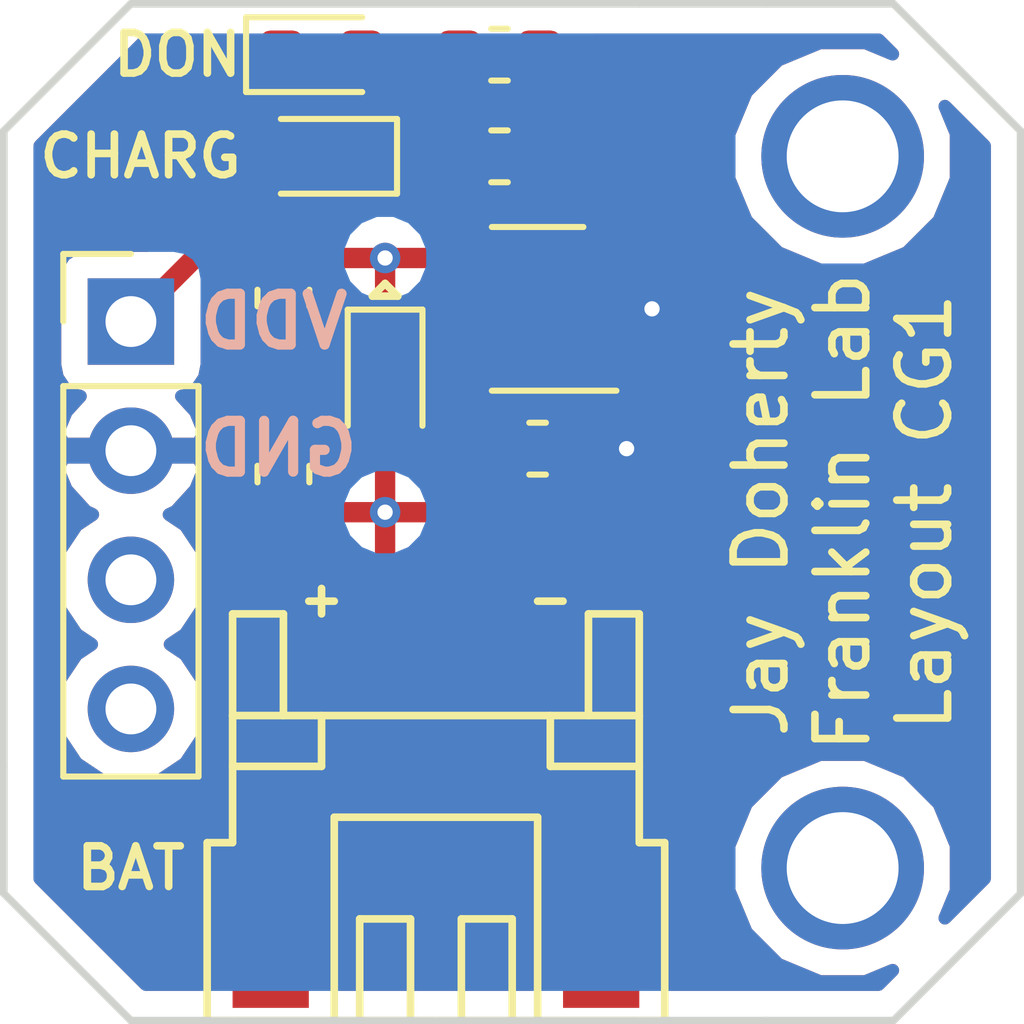
<source format=kicad_pcb>
(kicad_pcb (version 20171130) (host pcbnew "(5.0.0-3-g5ebb6b6)")

  (general
    (thickness 1.6)
    (drawings 21)
    (tracks 41)
    (zones 0)
    (modules 13)
    (nets 10)
  )

  (page A4)
  (layers
    (0 F.Cu signal)
    (31 B.Cu signal)
    (32 B.Adhes user)
    (33 F.Adhes user)
    (34 B.Paste user)
    (35 F.Paste user)
    (36 B.SilkS user)
    (37 F.SilkS user)
    (38 B.Mask user)
    (39 F.Mask user)
    (40 Dwgs.User user)
    (41 Cmts.User user)
    (42 Eco1.User user)
    (43 Eco2.User user)
    (44 Edge.Cuts user)
    (45 Margin user)
    (46 B.CrtYd user)
    (47 F.CrtYd user)
    (48 B.Fab user)
    (49 F.Fab user)
  )

  (setup
    (last_trace_width 0.254)
    (user_trace_width 0.4)
    (trace_clearance 0.254)
    (zone_clearance 0.508)
    (zone_45_only no)
    (trace_min 0.2)
    (segment_width 0.15)
    (edge_width 0.15)
    (via_size 0.6)
    (via_drill 0.3)
    (via_min_size 0.4)
    (via_min_drill 0.3)
    (uvia_size 0.3)
    (uvia_drill 0.1)
    (uvias_allowed no)
    (uvia_min_size 0.2)
    (uvia_min_drill 0.1)
    (pcb_text_width 0.3)
    (pcb_text_size 1.5 1.5)
    (mod_edge_width 0.15)
    (mod_text_size 1 1)
    (mod_text_width 0.15)
    (pad_size 2.2 2.2)
    (pad_drill 2.2)
    (pad_to_mask_clearance 0.2)
    (aux_axis_origin 0 0)
    (visible_elements FFFFFF7F)
    (pcbplotparams
      (layerselection 0x010f0_ffffffff)
      (usegerberextensions false)
      (usegerberattributes false)
      (usegerberadvancedattributes false)
      (creategerberjobfile false)
      (excludeedgelayer true)
      (linewidth 0.100000)
      (plotframeref false)
      (viasonmask false)
      (mode 1)
      (useauxorigin false)
      (hpglpennumber 1)
      (hpglpenspeed 20)
      (hpglpendiameter 15.000000)
      (psnegative false)
      (psa4output false)
      (plotreference true)
      (plotvalue true)
      (plotinvisibletext false)
      (padsonsilk false)
      (subtractmaskfromsilk false)
      (outputformat 1)
      (mirror false)
      (drillshape 0)
      (scaleselection 1)
      (outputdirectory "Gerbers/"))
  )

  (net 0 "")
  (net 1 GND)
  (net 2 VDD)
  (net 3 VBAT)
  (net 4 RX)
  (net 5 TX)
  (net 6 STAT)
  (net 7 PROG)
  (net 8 "Net-(D2-Pad1)")
  (net 9 "Net-(D3-Pad2)")

  (net_class Default "This is the default net class."
    (clearance 0.254)
    (trace_width 0.254)
    (via_dia 0.6)
    (via_drill 0.3)
    (uvia_dia 0.3)
    (uvia_drill 0.1)
    (add_net GND)
    (add_net "Net-(D2-Pad1)")
    (add_net "Net-(D3-Pad2)")
    (add_net PROG)
    (add_net RX)
    (add_net STAT)
    (add_net TX)
    (add_net VBAT)
    (add_net VDD)
  )

  (module "Custom_Footprint_Library:JST Lipo Header (S2B-PH-SM4-TB)" (layer F.Cu) (tedit 5E4C3E70) (tstamp 5E4C440A)
    (at 106 112)
    (path /5E4B78CE)
    (fp_text reference JSTPH1 (at 0 4.25) (layer F.SilkS) hide
      (effects (font (size 1 1) (thickness 0.15)))
    )
    (fp_text value Conn_01x02 (at 0 6) (layer F.Fab) hide
      (effects (font (size 1 1) (thickness 0.15)))
    )
    (fp_line (start 2.25 -2) (end 4 -2) (layer F.SilkS) (width 0.15))
    (fp_line (start 2.25 -3) (end 2.25 -2) (layer F.SilkS) (width 0.15))
    (fp_line (start -2.25 -2) (end -4 -2) (layer F.SilkS) (width 0.15))
    (fp_line (start -2.25 -3) (end -2.25 -2) (layer F.SilkS) (width 0.15))
    (fp_line (start -3 -5) (end -4 -5) (layer F.SilkS) (width 0.15))
    (fp_line (start 4 -5) (end 3 -5) (layer F.SilkS) (width 0.15))
    (fp_line (start -4.5 3) (end -4 3) (layer F.SilkS) (width 0.15))
    (fp_line (start -4.5 -0.5) (end -4.5 3) (layer F.SilkS) (width 0.15))
    (fp_line (start -4 -0.5) (end -4.5 -0.5) (layer F.SilkS) (width 0.15))
    (fp_line (start 4.5 3) (end 4 3) (layer F.SilkS) (width 0.15))
    (fp_line (start 4.5 -0.5) (end 4.5 3) (layer F.SilkS) (width 0.15))
    (fp_line (start 4 -0.5) (end 4.5 -0.5) (layer F.SilkS) (width 0.15))
    (fp_line (start -3 -5) (end -3 -3) (layer F.SilkS) (width 0.15))
    (fp_line (start -4 -5) (end -4 -3) (layer F.SilkS) (width 0.15))
    (fp_line (start 3 -5) (end 3 -3) (layer F.SilkS) (width 0.15))
    (fp_line (start 4 -3) (end 4 -5) (layer F.SilkS) (width 0.15))
    (fp_line (start -2 -1) (end 2 -1) (layer F.SilkS) (width 0.15))
    (fp_line (start -4 -3) (end -4 -0.5) (layer F.SilkS) (width 0.15))
    (fp_line (start 4 -3) (end 4 -0.5) (layer F.SilkS) (width 0.15))
    (fp_line (start 2 -1) (end 2 3) (layer F.SilkS) (width 0.15))
    (fp_line (start -2 3) (end -2 -1) (layer F.SilkS) (width 0.15))
    (fp_line (start 1.5 1) (end 1.5 3) (layer F.SilkS) (width 0.15))
    (fp_line (start 0.5 1) (end 1.5 1) (layer F.SilkS) (width 0.15))
    (fp_line (start 0.5 3) (end 0.5 1) (layer F.SilkS) (width 0.15))
    (fp_line (start -0.5 1) (end -0.5 3) (layer F.SilkS) (width 0.15))
    (fp_line (start -1.5 1) (end -0.5 1) (layer F.SilkS) (width 0.15))
    (fp_line (start -1.5 3) (end -1.5 1) (layer F.SilkS) (width 0.15))
    (fp_line (start 2 -5.25) (end 2.5 -5.25) (layer F.SilkS) (width 0.15))
    (fp_line (start -2.25 -5.5) (end -2.25 -5) (layer F.SilkS) (width 0.15))
    (fp_line (start -2.5 -5.25) (end -2 -5.25) (layer F.SilkS) (width 0.15))
    (fp_line (start -4 -3) (end 4 -3) (layer F.SilkS) (width 0.15))
    (fp_line (start 0 3) (end 4 3) (layer F.SilkS) (width 0.15))
    (fp_line (start 0 3) (end -4 3) (layer F.SilkS) (width 0.15))
    (pad "" connect rect (at 3.25 1.25) (size 1.5 3) (layers F.Cu F.Mask))
    (pad "" connect rect (at -3.25 1.25) (size 1.5 3) (layers F.Cu F.Mask))
    (pad 2 smd rect (at 1 -4.5) (size 1 2.8) (layers F.Cu F.Paste F.Mask)
      (net 1 GND))
    (pad 1 smd rect (at -1 -4.5) (size 1 2.8) (layers F.Cu F.Paste F.Mask)
      (net 3 VBAT))
  )

  (module Capacitor_SMD:C_0603_1608Metric (layer F.Cu) (tedit 5E4B8CCF) (tstamp 5E4B89DA)
    (at 103 100.7875 90)
    (descr "Capacitor SMD 0603 (1608 Metric), square (rectangular) end terminal, IPC_7351 nominal, (Body size source: http://www.tortai-tech.com/upload/download/2011102023233369053.pdf), generated with kicad-footprint-generator")
    (tags capacitor)
    (path /5E4B72EC)
    (attr smd)
    (fp_text reference C1 (at -2.4625 0 270) (layer F.SilkS) hide
      (effects (font (size 1 1) (thickness 0.15)))
    )
    (fp_text value 10uF (at 0 1.43 90) (layer F.Fab) hide
      (effects (font (size 1 1) (thickness 0.15)))
    )
    (fp_line (start -0.8 0.4) (end -0.8 -0.4) (layer F.Fab) (width 0.1))
    (fp_line (start -0.8 -0.4) (end 0.8 -0.4) (layer F.Fab) (width 0.1))
    (fp_line (start 0.8 -0.4) (end 0.8 0.4) (layer F.Fab) (width 0.1))
    (fp_line (start 0.8 0.4) (end -0.8 0.4) (layer F.Fab) (width 0.1))
    (fp_line (start -0.162779 -0.51) (end 0.162779 -0.51) (layer F.SilkS) (width 0.12))
    (fp_line (start -0.162779 0.51) (end 0.162779 0.51) (layer F.SilkS) (width 0.12))
    (fp_line (start -1.48 0.73) (end -1.48 -0.73) (layer F.CrtYd) (width 0.05))
    (fp_line (start -1.48 -0.73) (end 1.48 -0.73) (layer F.CrtYd) (width 0.05))
    (fp_line (start 1.48 -0.73) (end 1.48 0.73) (layer F.CrtYd) (width 0.05))
    (fp_line (start 1.48 0.73) (end -1.48 0.73) (layer F.CrtYd) (width 0.05))
    (fp_text user %R (at 0 0 90) (layer F.Fab)
      (effects (font (size 0.4 0.4) (thickness 0.06)))
    )
    (pad 1 smd roundrect (at -0.7875 0 90) (size 0.875 0.95) (layers F.Cu F.Paste F.Mask) (roundrect_rratio 0.25)
      (net 1 GND))
    (pad 2 smd roundrect (at 0.7875 0 90) (size 0.875 0.95) (layers F.Cu F.Paste F.Mask) (roundrect_rratio 0.25)
      (net 2 VDD))
    (model ${KISYS3DMOD}/Capacitor_SMD.3dshapes/C_0603_1608Metric.wrl
      (at (xyz 0 0 0))
      (scale (xyz 1 1 1))
      (rotate (xyz 0 0 0))
    )
  )

  (module Capacitor_SMD:C_0603_1608Metric (layer F.Cu) (tedit 5E4B8CC5) (tstamp 5E4B99A4)
    (at 103 104.25 90)
    (descr "Capacitor SMD 0603 (1608 Metric), square (rectangular) end terminal, IPC_7351 nominal, (Body size source: http://www.tortai-tech.com/upload/download/2011102023233369053.pdf), generated with kicad-footprint-generator")
    (tags capacitor)
    (path /5E4B7CFC)
    (attr smd)
    (fp_text reference C2 (at 0 -1.43 90) (layer F.SilkS) hide
      (effects (font (size 1 1) (thickness 0.15)))
    )
    (fp_text value 10uF (at 0 1.43 90) (layer F.Fab) hide
      (effects (font (size 1 1) (thickness 0.15)))
    )
    (fp_text user %R (at 0 0 90) (layer F.Fab)
      (effects (font (size 0.4 0.4) (thickness 0.06)))
    )
    (fp_line (start 1.48 0.73) (end -1.48 0.73) (layer F.CrtYd) (width 0.05))
    (fp_line (start 1.48 -0.73) (end 1.48 0.73) (layer F.CrtYd) (width 0.05))
    (fp_line (start -1.48 -0.73) (end 1.48 -0.73) (layer F.CrtYd) (width 0.05))
    (fp_line (start -1.48 0.73) (end -1.48 -0.73) (layer F.CrtYd) (width 0.05))
    (fp_line (start -0.162779 0.51) (end 0.162779 0.51) (layer F.SilkS) (width 0.12))
    (fp_line (start -0.162779 -0.51) (end 0.162779 -0.51) (layer F.SilkS) (width 0.12))
    (fp_line (start 0.8 0.4) (end -0.8 0.4) (layer F.Fab) (width 0.1))
    (fp_line (start 0.8 -0.4) (end 0.8 0.4) (layer F.Fab) (width 0.1))
    (fp_line (start -0.8 -0.4) (end 0.8 -0.4) (layer F.Fab) (width 0.1))
    (fp_line (start -0.8 0.4) (end -0.8 -0.4) (layer F.Fab) (width 0.1))
    (pad 2 smd roundrect (at 0.7875 0 90) (size 0.875 0.95) (layers F.Cu F.Paste F.Mask) (roundrect_rratio 0.25)
      (net 1 GND))
    (pad 1 smd roundrect (at -0.7875 0 90) (size 0.875 0.95) (layers F.Cu F.Paste F.Mask) (roundrect_rratio 0.25)
      (net 3 VBAT))
    (model ${KISYS3DMOD}/Capacitor_SMD.3dshapes/C_0603_1608Metric.wrl
      (at (xyz 0 0 0))
      (scale (xyz 1 1 1))
      (rotate (xyz 0 0 0))
    )
  )

  (module Package_TO_SOT_SMD:SOT-23-5 (layer F.Cu) (tedit 5E4B8CBD) (tstamp 5E57AB9A)
    (at 108 101 180)
    (descr "5-pin SOT23 package")
    (tags SOT-23-5)
    (path /5E4B705D)
    (attr smd)
    (fp_text reference CGU1 (at 0 -2.9 180) (layer F.SilkS) hide
      (effects (font (size 1 1) (thickness 0.15)))
    )
    (fp_text value MCP73831-2-OT (at 0 2.9 180) (layer F.Fab) hide
      (effects (font (size 1 1) (thickness 0.15)))
    )
    (fp_text user %R (at 0 0 270) (layer F.Fab)
      (effects (font (size 0.5 0.5) (thickness 0.075)))
    )
    (fp_line (start -0.9 1.61) (end 0.9 1.61) (layer F.SilkS) (width 0.12))
    (fp_line (start 0.9 -1.61) (end -1.55 -1.61) (layer F.SilkS) (width 0.12))
    (fp_line (start -1.9 -1.8) (end 1.9 -1.8) (layer F.CrtYd) (width 0.05))
    (fp_line (start 1.9 -1.8) (end 1.9 1.8) (layer F.CrtYd) (width 0.05))
    (fp_line (start 1.9 1.8) (end -1.9 1.8) (layer F.CrtYd) (width 0.05))
    (fp_line (start -1.9 1.8) (end -1.9 -1.8) (layer F.CrtYd) (width 0.05))
    (fp_line (start -0.9 -0.9) (end -0.25 -1.55) (layer F.Fab) (width 0.1))
    (fp_line (start 0.9 -1.55) (end -0.25 -1.55) (layer F.Fab) (width 0.1))
    (fp_line (start -0.9 -0.9) (end -0.9 1.55) (layer F.Fab) (width 0.1))
    (fp_line (start 0.9 1.55) (end -0.9 1.55) (layer F.Fab) (width 0.1))
    (fp_line (start 0.9 -1.55) (end 0.9 1.55) (layer F.Fab) (width 0.1))
    (pad 1 smd rect (at -1.1 -0.95 180) (size 1.06 0.65) (layers F.Cu F.Paste F.Mask)
      (net 6 STAT))
    (pad 2 smd rect (at -1.1 0 180) (size 1.06 0.65) (layers F.Cu F.Paste F.Mask)
      (net 1 GND))
    (pad 3 smd rect (at -1.1 0.95 180) (size 1.06 0.65) (layers F.Cu F.Paste F.Mask)
      (net 3 VBAT))
    (pad 4 smd rect (at 1.1 0.95 180) (size 1.06 0.65) (layers F.Cu F.Paste F.Mask)
      (net 2 VDD))
    (pad 5 smd rect (at 1.1 -0.95 180) (size 1.06 0.65) (layers F.Cu F.Paste F.Mask)
      (net 7 PROG))
    (model ${KISYS3DMOD}/Package_TO_SOT_SMD.3dshapes/SOT-23-5.wrl
      (at (xyz 0 0 0))
      (scale (xyz 1 1 1))
      (rotate (xyz 0 0 0))
    )
  )

  (module LED_SMD:LED_0603_1608Metric (layer F.Cu) (tedit 5E4B8832) (tstamp 5E4BEDF3)
    (at 103.75 98 180)
    (descr "LED SMD 0603 (1608 Metric), square (rectangular) end terminal, IPC_7351 nominal, (Body size source: http://www.tortai-tech.com/upload/download/2011102023233369053.pdf), generated with kicad-footprint-generator")
    (tags diode)
    (path /5E4B8767)
    (attr smd)
    (fp_text reference D2 (at 0 -1.43 180) (layer F.SilkS) hide
      (effects (font (size 1 1) (thickness 0.15)))
    )
    (fp_text value CHG (at -3.5 0 180) (layer F.Fab) hide
      (effects (font (size 1 1) (thickness 0.15)))
    )
    (fp_text user %R (at 0 0 180) (layer F.Fab)
      (effects (font (size 0.4 0.4) (thickness 0.06)))
    )
    (fp_line (start 1.48 0.73) (end -1.48 0.73) (layer F.CrtYd) (width 0.05))
    (fp_line (start 1.48 -0.73) (end 1.48 0.73) (layer F.CrtYd) (width 0.05))
    (fp_line (start -1.48 -0.73) (end 1.48 -0.73) (layer F.CrtYd) (width 0.05))
    (fp_line (start -1.48 0.73) (end -1.48 -0.73) (layer F.CrtYd) (width 0.05))
    (fp_line (start -1.485 0.735) (end 0.8 0.735) (layer F.SilkS) (width 0.12))
    (fp_line (start -1.485 -0.735) (end -1.485 0.735) (layer F.SilkS) (width 0.12))
    (fp_line (start 0.8 -0.735) (end -1.485 -0.735) (layer F.SilkS) (width 0.12))
    (fp_line (start 0.8 0.4) (end 0.8 -0.4) (layer F.Fab) (width 0.1))
    (fp_line (start -0.8 0.4) (end 0.8 0.4) (layer F.Fab) (width 0.1))
    (fp_line (start -0.8 -0.1) (end -0.8 0.4) (layer F.Fab) (width 0.1))
    (fp_line (start -0.5 -0.4) (end -0.8 -0.1) (layer F.Fab) (width 0.1))
    (fp_line (start 0.8 -0.4) (end -0.5 -0.4) (layer F.Fab) (width 0.1))
    (pad 2 smd roundrect (at 0.7875 0 180) (size 0.875 0.95) (layers F.Cu F.Paste F.Mask) (roundrect_rratio 0.25)
      (net 2 VDD))
    (pad 1 smd roundrect (at -0.7875 0 180) (size 0.875 0.95) (layers F.Cu F.Paste F.Mask) (roundrect_rratio 0.25)
      (net 8 "Net-(D2-Pad1)"))
    (model ${KISYS3DMOD}/LED_SMD.3dshapes/LED_0603_1608Metric.wrl
      (at (xyz 0 0 0))
      (scale (xyz 1 1 1))
      (rotate (xyz 0 0 0))
    )
  )

  (module Connector_PinHeader_2.54mm:PinHeader_1x04_P2.54mm_Vertical (layer F.Cu) (tedit 5E4B85BA) (tstamp 5E57ABD8)
    (at 100 101.25)
    (descr "Through hole straight pin header, 1x04, 2.54mm pitch, single row")
    (tags "Through hole pin header THT 1x04 2.54mm single row")
    (path /5E4B7A25)
    (fp_text reference J1 (at 0 -2.33) (layer F.SilkS) hide
      (effects (font (size 1 1) (thickness 0.15)))
    )
    (fp_text value Conn_01x04 (at 0 9.95) (layer F.Fab) hide
      (effects (font (size 1 1) (thickness 0.15)))
    )
    (fp_line (start -0.635 -1.27) (end 1.27 -1.27) (layer F.Fab) (width 0.1))
    (fp_line (start 1.27 -1.27) (end 1.27 8.89) (layer F.Fab) (width 0.1))
    (fp_line (start 1.27 8.89) (end -1.27 8.89) (layer F.Fab) (width 0.1))
    (fp_line (start -1.27 8.89) (end -1.27 -0.635) (layer F.Fab) (width 0.1))
    (fp_line (start -1.27 -0.635) (end -0.635 -1.27) (layer F.Fab) (width 0.1))
    (fp_line (start -1.33 8.95) (end 1.33 8.95) (layer F.SilkS) (width 0.12))
    (fp_line (start -1.33 1.27) (end -1.33 8.95) (layer F.SilkS) (width 0.12))
    (fp_line (start 1.33 1.27) (end 1.33 8.95) (layer F.SilkS) (width 0.12))
    (fp_line (start -1.33 1.27) (end 1.33 1.27) (layer F.SilkS) (width 0.12))
    (fp_line (start -1.33 0) (end -1.33 -1.33) (layer F.SilkS) (width 0.12))
    (fp_line (start -1.33 -1.33) (end 0 -1.33) (layer F.SilkS) (width 0.12))
    (fp_line (start -1.8 -1.8) (end -1.8 9.4) (layer F.CrtYd) (width 0.05))
    (fp_line (start -1.8 9.4) (end 1.8 9.4) (layer F.CrtYd) (width 0.05))
    (fp_line (start 1.8 9.4) (end 1.8 -1.8) (layer F.CrtYd) (width 0.05))
    (fp_line (start 1.8 -1.8) (end -1.8 -1.8) (layer F.CrtYd) (width 0.05))
    (fp_text user %R (at 0 3.81 90) (layer F.Fab)
      (effects (font (size 1 1) (thickness 0.15)))
    )
    (pad 1 thru_hole rect (at 0 0) (size 1.7 1.7) (drill 1) (layers *.Cu *.Mask)
      (net 2 VDD))
    (pad 2 thru_hole oval (at 0 2.54) (size 1.7 1.7) (drill 1) (layers *.Cu *.Mask)
      (net 1 GND))
    (pad 3 thru_hole oval (at 0 5.08) (size 1.7 1.7) (drill 1) (layers *.Cu *.Mask)
      (net 4 RX))
    (pad 4 thru_hole oval (at 0 7.62) (size 1.7 1.7) (drill 1) (layers *.Cu *.Mask)
      (net 5 TX))
    (model ${KISYS3DMOD}/Connector_PinHeader_2.54mm.3dshapes/PinHeader_1x04_P2.54mm_Vertical.wrl
      (at (xyz 0 0 0))
      (scale (xyz 1 1 1))
      (rotate (xyz 0 0 0))
    )
  )

  (module Resistor_SMD:R_0603_1608Metric (layer F.Cu) (tedit 5E4B8AF6) (tstamp 5E57AC18)
    (at 107.25 98 180)
    (descr "Resistor SMD 0603 (1608 Metric), square (rectangular) end terminal, IPC_7351 nominal, (Body size source: http://www.tortai-tech.com/upload/download/2011102023233369053.pdf), generated with kicad-footprint-generator")
    (tags resistor)
    (path /5E4B896E)
    (attr smd)
    (fp_text reference R2 (at -2.5 0 180) (layer F.SilkS) hide
      (effects (font (size 1 1) (thickness 0.15)))
    )
    (fp_text value 1k (at 0 1.43 180) (layer F.Fab) hide
      (effects (font (size 1 1) (thickness 0.15)))
    )
    (fp_line (start -0.8 0.4) (end -0.8 -0.4) (layer F.Fab) (width 0.1))
    (fp_line (start -0.8 -0.4) (end 0.8 -0.4) (layer F.Fab) (width 0.1))
    (fp_line (start 0.8 -0.4) (end 0.8 0.4) (layer F.Fab) (width 0.1))
    (fp_line (start 0.8 0.4) (end -0.8 0.4) (layer F.Fab) (width 0.1))
    (fp_line (start -0.162779 -0.51) (end 0.162779 -0.51) (layer F.SilkS) (width 0.12))
    (fp_line (start -0.162779 0.51) (end 0.162779 0.51) (layer F.SilkS) (width 0.12))
    (fp_line (start -1.48 0.73) (end -1.48 -0.73) (layer F.CrtYd) (width 0.05))
    (fp_line (start -1.48 -0.73) (end 1.48 -0.73) (layer F.CrtYd) (width 0.05))
    (fp_line (start 1.48 -0.73) (end 1.48 0.73) (layer F.CrtYd) (width 0.05))
    (fp_line (start 1.48 0.73) (end -1.48 0.73) (layer F.CrtYd) (width 0.05))
    (fp_text user %R (at 0 0 180) (layer F.Fab)
      (effects (font (size 0.4 0.4) (thickness 0.06)))
    )
    (pad 1 smd roundrect (at -0.7875 0 180) (size 0.875 0.95) (layers F.Cu F.Paste F.Mask) (roundrect_rratio 0.25)
      (net 6 STAT))
    (pad 2 smd roundrect (at 0.7875 0 180) (size 0.875 0.95) (layers F.Cu F.Paste F.Mask) (roundrect_rratio 0.25)
      (net 8 "Net-(D2-Pad1)"))
    (model ${KISYS3DMOD}/Resistor_SMD.3dshapes/R_0603_1608Metric.wrl
      (at (xyz 0 0 0))
      (scale (xyz 1 1 1))
      (rotate (xyz 0 0 0))
    )
  )

  (module Resistor_SMD:R_0603_1608Metric (layer F.Cu) (tedit 5E4B8AEF) (tstamp 5E57AC29)
    (at 107.25 96 180)
    (descr "Resistor SMD 0603 (1608 Metric), square (rectangular) end terminal, IPC_7351 nominal, (Body size source: http://www.tortai-tech.com/upload/download/2011102023233369053.pdf), generated with kicad-footprint-generator")
    (tags resistor)
    (path /5E4B915B)
    (attr smd)
    (fp_text reference R3 (at -2.5 0 180) (layer F.SilkS) hide
      (effects (font (size 1 1) (thickness 0.15)))
    )
    (fp_text value 1k (at 0 1.43 180) (layer F.Fab) hide
      (effects (font (size 1 1) (thickness 0.15)))
    )
    (fp_text user %R (at 0 0 180) (layer F.Fab)
      (effects (font (size 0.4 0.4) (thickness 0.06)))
    )
    (fp_line (start 1.48 0.73) (end -1.48 0.73) (layer F.CrtYd) (width 0.05))
    (fp_line (start 1.48 -0.73) (end 1.48 0.73) (layer F.CrtYd) (width 0.05))
    (fp_line (start -1.48 -0.73) (end 1.48 -0.73) (layer F.CrtYd) (width 0.05))
    (fp_line (start -1.48 0.73) (end -1.48 -0.73) (layer F.CrtYd) (width 0.05))
    (fp_line (start -0.162779 0.51) (end 0.162779 0.51) (layer F.SilkS) (width 0.12))
    (fp_line (start -0.162779 -0.51) (end 0.162779 -0.51) (layer F.SilkS) (width 0.12))
    (fp_line (start 0.8 0.4) (end -0.8 0.4) (layer F.Fab) (width 0.1))
    (fp_line (start 0.8 -0.4) (end 0.8 0.4) (layer F.Fab) (width 0.1))
    (fp_line (start -0.8 -0.4) (end 0.8 -0.4) (layer F.Fab) (width 0.1))
    (fp_line (start -0.8 0.4) (end -0.8 -0.4) (layer F.Fab) (width 0.1))
    (pad 2 smd roundrect (at 0.7875 0 180) (size 0.875 0.95) (layers F.Cu F.Paste F.Mask) (roundrect_rratio 0.25)
      (net 9 "Net-(D3-Pad2)"))
    (pad 1 smd roundrect (at -0.7875 0 180) (size 0.875 0.95) (layers F.Cu F.Paste F.Mask) (roundrect_rratio 0.25)
      (net 6 STAT))
    (model ${KISYS3DMOD}/Resistor_SMD.3dshapes/R_0603_1608Metric.wrl
      (at (xyz 0 0 0))
      (scale (xyz 1 1 1))
      (rotate (xyz 0 0 0))
    )
  )

  (module Resistor_SMD:R_0603_1608Metric (layer F.Cu) (tedit 5E4B8C5B) (tstamp 5E57AC3A)
    (at 108 103.75 180)
    (descr "Resistor SMD 0603 (1608 Metric), square (rectangular) end terminal, IPC_7351 nominal, (Body size source: http://www.tortai-tech.com/upload/download/2011102023233369053.pdf), generated with kicad-footprint-generator")
    (tags resistor)
    (path /5E4BA9FB)
    (attr smd)
    (fp_text reference RREF1 (at -3.75 0 180) (layer F.SilkS) hide
      (effects (font (size 1 1) (thickness 0.15)))
    )
    (fp_text value 5k (at 0 0) (layer F.Fab)
      (effects (font (size 1 1) (thickness 0.15)))
    )
    (fp_line (start -0.8 0.4) (end -0.8 -0.4) (layer F.Fab) (width 0.1))
    (fp_line (start -0.8 -0.4) (end 0.8 -0.4) (layer F.Fab) (width 0.1))
    (fp_line (start 0.8 -0.4) (end 0.8 0.4) (layer F.Fab) (width 0.1))
    (fp_line (start 0.8 0.4) (end -0.8 0.4) (layer F.Fab) (width 0.1))
    (fp_line (start -0.162779 -0.51) (end 0.162779 -0.51) (layer F.SilkS) (width 0.12))
    (fp_line (start -0.162779 0.51) (end 0.162779 0.51) (layer F.SilkS) (width 0.12))
    (fp_line (start -1.48 0.73) (end -1.48 -0.73) (layer F.CrtYd) (width 0.05))
    (fp_line (start -1.48 -0.73) (end 1.48 -0.73) (layer F.CrtYd) (width 0.05))
    (fp_line (start 1.48 -0.73) (end 1.48 0.73) (layer F.CrtYd) (width 0.05))
    (fp_line (start 1.48 0.73) (end -1.48 0.73) (layer F.CrtYd) (width 0.05))
    (fp_text user %R (at 0 0 180) (layer F.Fab)
      (effects (font (size 0.4 0.4) (thickness 0.06)))
    )
    (pad 1 smd roundrect (at -0.7875 0 180) (size 0.875 0.95) (layers F.Cu F.Paste F.Mask) (roundrect_rratio 0.25)
      (net 1 GND))
    (pad 2 smd roundrect (at 0.7875 0 180) (size 0.875 0.95) (layers F.Cu F.Paste F.Mask) (roundrect_rratio 0.25)
      (net 7 PROG))
    (model ${KISYS3DMOD}/Resistor_SMD.3dshapes/R_0603_1608Metric.wrl
      (at (xyz 0 0 0))
      (scale (xyz 1 1 1))
      (rotate (xyz 0 0 0))
    )
  )

  (module Diode_SMD:D_0603_1608Metric (layer F.Cu) (tedit 5E4B9FE9) (tstamp 5E57EA46)
    (at 105 102.5 270)
    (descr "Diode SMD 0603 (1608 Metric), square (rectangular) end terminal, IPC_7351 nominal, (Body size source: http://www.tortai-tech.com/upload/download/2011102023233369053.pdf), generated with kicad-footprint-generator")
    (tags diode)
    (path /5E4BA0EB)
    (attr smd)
    (fp_text reference D1 (at 0 -1.43 270) (layer F.SilkS) hide
      (effects (font (size 1 1) (thickness 0.15)))
    )
    (fp_text value D (at 0 1.43 270) (layer F.Fab) hide
      (effects (font (size 1 1) (thickness 0.15)))
    )
    (fp_text user %R (at 0 0 270) (layer F.Fab)
      (effects (font (size 0.4 0.4) (thickness 0.06)))
    )
    (fp_line (start 1.48 0.73) (end -1.48 0.73) (layer F.CrtYd) (width 0.05))
    (fp_line (start 1.48 -0.73) (end 1.48 0.73) (layer F.CrtYd) (width 0.05))
    (fp_line (start -1.48 -0.73) (end 1.48 -0.73) (layer F.CrtYd) (width 0.05))
    (fp_line (start -1.48 0.73) (end -1.48 -0.73) (layer F.CrtYd) (width 0.05))
    (fp_line (start -1.485 0.735) (end 0.8 0.735) (layer F.SilkS) (width 0.12))
    (fp_line (start -1.485 -0.735) (end -1.485 0.735) (layer F.SilkS) (width 0.12))
    (fp_line (start 0.8 -0.735) (end -1.485 -0.735) (layer F.SilkS) (width 0.12))
    (fp_line (start 0.8 0.4) (end 0.8 -0.4) (layer F.Fab) (width 0.1))
    (fp_line (start -0.8 0.4) (end 0.8 0.4) (layer F.Fab) (width 0.1))
    (fp_line (start -0.8 -0.1) (end -0.8 0.4) (layer F.Fab) (width 0.1))
    (fp_line (start -0.5 -0.4) (end -0.8 -0.1) (layer F.Fab) (width 0.1))
    (fp_line (start 0.8 -0.4) (end -0.5 -0.4) (layer F.Fab) (width 0.1))
    (pad 2 smd roundrect (at 0.7875 0 270) (size 0.875 0.95) (layers F.Cu F.Paste F.Mask) (roundrect_rratio 0.25)
      (net 3 VBAT))
    (pad 1 smd roundrect (at -0.7875 0 270) (size 0.875 0.95) (layers F.Cu F.Paste F.Mask) (roundrect_rratio 0.25)
      (net 2 VDD))
    (model ${KISYS3DMOD}/Diode_SMD.3dshapes/D_0603_1608Metric.wrl
      (at (xyz 0 0 0))
      (scale (xyz 1 1 1))
      (rotate (xyz 0 0 0))
    )
  )

  (module LED_SMD:LED_0603_1608Metric (layer F.Cu) (tedit 5E4B9FD7) (tstamp 5E57DB55)
    (at 103.75 96)
    (descr "LED SMD 0603 (1608 Metric), square (rectangular) end terminal, IPC_7351 nominal, (Body size source: http://www.tortai-tech.com/upload/download/2011102023233369053.pdf), generated with kicad-footprint-generator")
    (tags diode)
    (path /5E4B9154)
    (attr smd)
    (fp_text reference D3 (at 0 -1.43) (layer F.SilkS) hide
      (effects (font (size 1 1) (thickness 0.15)))
    )
    (fp_text value DONE (at 0 1.43) (layer F.Fab) hide
      (effects (font (size 1 1) (thickness 0.15)))
    )
    (fp_line (start 0.8 -0.4) (end -0.5 -0.4) (layer F.Fab) (width 0.1))
    (fp_line (start -0.5 -0.4) (end -0.8 -0.1) (layer F.Fab) (width 0.1))
    (fp_line (start -0.8 -0.1) (end -0.8 0.4) (layer F.Fab) (width 0.1))
    (fp_line (start -0.8 0.4) (end 0.8 0.4) (layer F.Fab) (width 0.1))
    (fp_line (start 0.8 0.4) (end 0.8 -0.4) (layer F.Fab) (width 0.1))
    (fp_line (start 0.8 -0.735) (end -1.485 -0.735) (layer F.SilkS) (width 0.12))
    (fp_line (start -1.485 -0.735) (end -1.485 0.735) (layer F.SilkS) (width 0.12))
    (fp_line (start -1.485 0.735) (end 0.8 0.735) (layer F.SilkS) (width 0.12))
    (fp_line (start -1.48 0.73) (end -1.48 -0.73) (layer F.CrtYd) (width 0.05))
    (fp_line (start -1.48 -0.73) (end 1.48 -0.73) (layer F.CrtYd) (width 0.05))
    (fp_line (start 1.48 -0.73) (end 1.48 0.73) (layer F.CrtYd) (width 0.05))
    (fp_line (start 1.48 0.73) (end -1.48 0.73) (layer F.CrtYd) (width 0.05))
    (fp_text user %R (at 0 0) (layer F.Fab)
      (effects (font (size 0.4 0.4) (thickness 0.06)))
    )
    (pad 1 smd roundrect (at -0.7875 0) (size 0.875 0.95) (layers F.Cu F.Paste F.Mask) (roundrect_rratio 0.25)
      (net 1 GND))
    (pad 2 smd roundrect (at 0.7875 0) (size 0.875 0.95) (layers F.Cu F.Paste F.Mask) (roundrect_rratio 0.25)
      (net 9 "Net-(D3-Pad2)"))
    (model ${KISYS3DMOD}/LED_SMD.3dshapes/LED_0603_1608Metric.wrl
      (at (xyz 0 0 0))
      (scale (xyz 1 1 1))
      (rotate (xyz 0 0 0))
    )
  )

  (module Custom_Footprint_Library:MountingHole_2.2mm (layer F.Cu) (tedit 5E4C6046) (tstamp 5E645AC6)
    (at 114 98)
    (path /5E4C45A5)
    (fp_text reference MH1 (at 0 -2.5) (layer F.SilkS) hide
      (effects (font (size 1 1) (thickness 0.15)))
    )
    (fp_text value MountingHole (at 0 2.5) (layer F.Fab) hide
      (effects (font (size 1 1) (thickness 0.15)))
    )
    (pad "" thru_hole circle (at 0 0) (size 3.2 3.2) (drill 2.2) (layers *.Cu *.Mask))
  )

  (module Custom_Footprint_Library:MountingHole_2.2mm (layer F.Cu) (tedit 5E4C604B) (tstamp 5E645ACB)
    (at 114 112)
    (path /5E4C463D)
    (fp_text reference MH2 (at 0 -2.5) (layer F.SilkS) hide
      (effects (font (size 1 1) (thickness 0.15)))
    )
    (fp_text value MountingHole (at 0 2.5) (layer F.Fab) hide
      (effects (font (size 1 1) (thickness 0.15)))
    )
    (pad "" thru_hole circle (at 0 0) (size 3.2 3.2) (drill 2.2) (layers *.Cu *.Mask))
  )

  (gr_line (start 105 100.5) (end 104.75 100.75) (layer F.SilkS) (width 0.15))
  (gr_line (start 105.25 100.75) (end 105 100.5) (layer F.SilkS) (width 0.15))
  (gr_line (start 104.75 100.75) (end 105.25 100.75) (layer F.SilkS) (width 0.15))
  (gr_text "Jay Doherty\nFranklin Lab\nLayout CG1" (at 114 105 90) (layer F.SilkS)
    (effects (font (size 1 1) (thickness 0.15)))
  )
  (gr_text BAT (at 100 112) (layer F.SilkS) (tstamp 5E4C46E4)
    (effects (font (size 0.8 0.8) (thickness 0.15)))
  )
  (gr_line (start 112.5 95) (end 115 95) (layer Edge.Cuts) (width 0.15))
  (gr_line (start 112.5 115) (end 115 115) (layer Edge.Cuts) (width 0.15))
  (gr_line (start 97.5 112.5) (end 97.5 110) (layer Edge.Cuts) (width 0.15))
  (gr_line (start 100 115) (end 97.5 112.5) (layer Edge.Cuts) (width 0.15))
  (gr_line (start 112.5 115) (end 100 115) (layer Edge.Cuts) (width 0.15))
  (gr_line (start 117.5 112.5) (end 115 115) (layer Edge.Cuts) (width 0.15))
  (gr_line (start 117.5 97.5) (end 117.5 112.5) (layer Edge.Cuts) (width 0.15))
  (gr_line (start 115 95) (end 117.5 97.5) (layer Edge.Cuts) (width 0.15))
  (gr_line (start 110 95) (end 112.5 95) (layer Edge.Cuts) (width 0.15))
  (gr_line (start 100 95) (end 110 95) (layer Edge.Cuts) (width 0.15))
  (gr_line (start 97.5 97.5) (end 97.5 110) (layer Edge.Cuts) (width 0.15))
  (gr_line (start 100 95) (end 97.5 97.5) (layer Edge.Cuts) (width 0.15))
  (gr_text GND (at 101.25 103.75) (layer B.SilkS) (tstamp 5E4B923D)
    (effects (font (size 1 1) (thickness 0.2)) (justify right mirror))
  )
  (gr_text VDD (at 101.25 101.25) (layer B.SilkS) (tstamp 5E4B9347)
    (effects (font (size 1 1) (thickness 0.2)) (justify right mirror))
  )
  (gr_text CHARG (at 102.25 98) (layer F.SilkS) (tstamp 5E4B9BB6)
    (effects (font (size 0.8 0.8) (thickness 0.15)) (justify right))
  )
  (gr_text DON (at 102.25 96) (layer F.SilkS)
    (effects (font (size 0.8 0.8) (thickness 0.15)) (justify right))
  )

  (segment (start 109.15 101) (end 109.1 101.05) (width 0.4) (layer F.Cu) (net 1))
  (segment (start 109.1 101) (end 110.25 101) (width 0.254) (layer F.Cu) (net 1))
  (segment (start 109.924264 101) (end 110.25 101) (width 0.254) (layer F.Cu) (net 1))
  (segment (start 110.25 101) (end 109.924264 101) (width 0.254) (layer F.Cu) (net 1) (tstamp 5E4B95E2))
  (via (at 110.25 101) (size 0.6) (drill 0.3) (layers F.Cu B.Cu) (net 1))
  (segment (start 108.7875 103.75) (end 109.75 103.75) (width 0.254) (layer F.Cu) (net 1))
  (segment (start 109.75 103.75) (end 109.75 103.75) (width 0.254) (layer F.Cu) (net 1) (tstamp 5E57ED41))
  (via (at 109.75 103.75) (size 0.6) (drill 0.3) (layers F.Cu B.Cu) (net 1))
  (segment (start 102.9 98.0125) (end 102.9125 98) (width 0.254) (layer F.Cu) (net 2))
  (segment (start 102.9625 99.9625) (end 103 100) (width 0.4) (layer F.Cu) (net 2))
  (segment (start 102.9625 98) (end 102.9625 99.9625) (width 0.4) (layer F.Cu) (net 2))
  (segment (start 106.85 100) (end 106.9 100.05) (width 0.4) (layer F.Cu) (net 2))
  (segment (start 103 100) (end 105 100) (width 0.4) (layer F.Cu) (net 2))
  (segment (start 105 100) (end 106.85 100) (width 0.4) (layer F.Cu) (net 2) (tstamp 5E4BEE18))
  (segment (start 105 100) (end 105 100) (width 0.4) (layer F.Cu) (net 2) (tstamp 5E4BF164))
  (segment (start 101.25 100) (end 100 101.25) (width 0.4) (layer F.Cu) (net 2))
  (segment (start 103 100) (end 101.25 100) (width 0.4) (layer F.Cu) (net 2))
  (segment (start 105 101.7125) (end 105 100) (width 0.4) (layer F.Cu) (net 2))
  (segment (start 105 100) (end 105 100) (width 0.4) (layer F.Cu) (net 2) (tstamp 5E4C45A5))
  (via (at 105 100) (size 0.6) (drill 0.3) (layers F.Cu B.Cu) (net 2))
  (segment (start 109.1 100.05) (end 110.55 100.05) (width 0.4) (layer F.Cu) (net 3))
  (segment (start 110.5 105) (end 109.25 105) (width 0.4) (layer F.Cu) (net 3))
  (segment (start 111.25 100.75) (end 111.25 104.25) (width 0.4) (layer F.Cu) (net 3))
  (segment (start 111.25 104.25) (end 110.5 105) (width 0.4) (layer F.Cu) (net 3))
  (segment (start 110.55 100.05) (end 111.25 100.75) (width 0.4) (layer F.Cu) (net 3))
  (segment (start 109.25 105) (end 105 105) (width 0.4) (layer F.Cu) (net 3))
  (segment (start 105 105) (end 105 105) (width 0.4) (layer F.Cu) (net 3) (tstamp 5E57EEC4))
  (via (at 105 105) (size 0.6) (drill 0.3) (layers F.Cu B.Cu) (net 3))
  (segment (start 103.0375 105) (end 103 105.0375) (width 0.4) (layer F.Cu) (net 3))
  (segment (start 105 105) (end 103.0375 105) (width 0.4) (layer F.Cu) (net 3))
  (segment (start 105 105) (end 105 107.5) (width 0.4) (layer F.Cu) (net 3))
  (segment (start 105 103.2875) (end 105 105) (width 0.4) (layer F.Cu) (net 3))
  (segment (start 108.0375 98) (end 108.0375 96) (width 0.254) (layer F.Cu) (net 6))
  (segment (start 108 98.0375) (end 108.0375 98) (width 0.254) (layer F.Cu) (net 6))
  (segment (start 108.2 101.95) (end 108 101.75) (width 0.254) (layer F.Cu) (net 6))
  (segment (start 109.1 101.95) (end 108.2 101.95) (width 0.254) (layer F.Cu) (net 6))
  (segment (start 108 101.75) (end 108 98.0375) (width 0.254) (layer F.Cu) (net 6))
  (segment (start 106.9 103.4375) (end 107.2125 103.75) (width 0.4) (layer F.Cu) (net 7))
  (segment (start 106.9 101.95) (end 106.9 103.4375) (width 0.4) (layer F.Cu) (net 7))
  (segment (start 106.4625 98) (end 104.5375 98) (width 0.254) (layer F.Cu) (net 8))
  (segment (start 104.5375 96) (end 106.4625 96) (width 0.254) (layer F.Cu) (net 9))

  (zone (net 1) (net_name GND) (layer F.Cu) (tstamp 5E587C2E) (hatch edge 0.508)
    (connect_pads (clearance 0.508))
    (min_thickness 0.254)
    (fill yes (arc_segments 16) (thermal_gap 0.508) (thermal_bridge_width 0.508))
    (polygon
      (pts
        (xy 97.5 112.5) (xy 100 115) (xy 115 115) (xy 117.5 112.5) (xy 117.5 97.5)
        (xy 115 95) (xy 100 95) (xy 97.5 97.5)
      )
    )
    (filled_polygon
      (pts
        (xy 101.89 95.71425) (xy 102.04875 95.873) (xy 102.8355 95.873) (xy 102.8355 95.853) (xy 103.0895 95.853)
        (xy 103.0895 95.873) (xy 103.1095 95.873) (xy 103.1095 96.127) (xy 103.0895 96.127) (xy 103.0895 96.147)
        (xy 102.8355 96.147) (xy 102.8355 96.127) (xy 102.04875 96.127) (xy 101.89 96.28575) (xy 101.89 96.60131)
        (xy 101.986673 96.834699) (xy 102.165302 97.013327) (xy 102.253245 97.049754) (xy 102.131261 97.131261) (xy 101.943495 97.412273)
        (xy 101.87756 97.74375) (xy 101.87756 98.25625) (xy 101.943495 98.587727) (xy 102.1275 98.863111) (xy 102.127501 99.165)
        (xy 101.332237 99.165) (xy 101.25 99.148642) (xy 101.167763 99.165) (xy 100.924199 99.213448) (xy 100.647999 99.397999)
        (xy 100.601415 99.467717) (xy 100.316572 99.75256) (xy 99.15 99.75256) (xy 98.902235 99.801843) (xy 98.692191 99.942191)
        (xy 98.551843 100.152235) (xy 98.50256 100.4) (xy 98.50256 102.1) (xy 98.551843 102.347765) (xy 98.692191 102.557809)
        (xy 98.902235 102.698157) (xy 99.005708 102.718739) (xy 98.728355 103.023076) (xy 98.558524 103.43311) (xy 98.679845 103.663)
        (xy 99.873 103.663) (xy 99.873 103.643) (xy 100.127 103.643) (xy 100.127 103.663) (xy 101.320155 103.663)
        (xy 101.441476 103.43311) (xy 101.271645 103.023076) (xy 100.994292 102.718739) (xy 101.097765 102.698157) (xy 101.307809 102.557809)
        (xy 101.448157 102.347765) (xy 101.49744 102.1) (xy 101.49744 101.86075) (xy 101.89 101.86075) (xy 101.89 102.138809)
        (xy 101.986673 102.372198) (xy 102.133224 102.51875) (xy 101.986673 102.665302) (xy 101.89 102.898691) (xy 101.89 103.17675)
        (xy 102.04875 103.3355) (xy 102.873 103.3355) (xy 102.873 102.54875) (xy 102.843 102.51875) (xy 102.873 102.48875)
        (xy 102.873 101.702) (xy 102.04875 101.702) (xy 101.89 101.86075) (xy 101.49744 101.86075) (xy 101.49744 100.933428)
        (xy 101.595868 100.835) (xy 101.962981 100.835) (xy 101.89 101.011191) (xy 101.89 101.28925) (xy 102.04875 101.448)
        (xy 102.873 101.448) (xy 102.873 101.428) (xy 103.127 101.428) (xy 103.127 101.448) (xy 103.147 101.448)
        (xy 103.147 101.702) (xy 103.127 101.702) (xy 103.127 102.48875) (xy 103.157 102.51875) (xy 103.127 102.54875)
        (xy 103.127 103.3355) (xy 103.147 103.3355) (xy 103.147 103.5895) (xy 103.127 103.5895) (xy 103.127 103.6095)
        (xy 102.873 103.6095) (xy 102.873 103.5895) (xy 102.04875 103.5895) (xy 101.89 103.74825) (xy 101.89 104.026309)
        (xy 101.986673 104.259698) (xy 102.051943 104.324969) (xy 101.943495 104.487273) (xy 101.87756 104.81875) (xy 101.87756 105.25625)
        (xy 101.943495 105.587727) (xy 102.131261 105.868739) (xy 102.412273 106.056505) (xy 102.74375 106.12244) (xy 103.25625 106.12244)
        (xy 103.587727 106.056505) (xy 103.868739 105.868739) (xy 103.891283 105.835) (xy 103.913359 105.835) (xy 103.901843 105.852235)
        (xy 103.85256 106.1) (xy 103.85256 108.9) (xy 103.901843 109.147765) (xy 104.042191 109.357809) (xy 104.252235 109.498157)
        (xy 104.5 109.54744) (xy 105.5 109.54744) (xy 105.747765 109.498157) (xy 105.957809 109.357809) (xy 105.998654 109.29668)
        (xy 106.140302 109.438327) (xy 106.373691 109.535) (xy 106.71425 109.535) (xy 106.873 109.37625) (xy 106.873 107.627)
        (xy 107.127 107.627) (xy 107.127 109.37625) (xy 107.28575 109.535) (xy 107.626309 109.535) (xy 107.859698 109.438327)
        (xy 108.038327 109.259699) (xy 108.135 109.02631) (xy 108.135 107.78575) (xy 107.97625 107.627) (xy 107.127 107.627)
        (xy 106.873 107.627) (xy 106.853 107.627) (xy 106.853 107.373) (xy 106.873 107.373) (xy 106.873 107.353)
        (xy 107.127 107.353) (xy 107.127 107.373) (xy 107.97625 107.373) (xy 108.135 107.21425) (xy 108.135 105.97369)
        (xy 108.077553 105.835) (xy 110.417767 105.835) (xy 110.5 105.851357) (xy 110.582233 105.835) (xy 110.582237 105.835)
        (xy 110.825801 105.786552) (xy 111.102001 105.602001) (xy 111.148587 105.53228) (xy 111.782282 104.898586) (xy 111.852001 104.852001)
        (xy 112.036552 104.575801) (xy 112.085 104.332237) (xy 112.085 104.332234) (xy 112.101357 104.250001) (xy 112.085 104.167768)
        (xy 112.085 100.832232) (xy 112.101357 100.749999) (xy 112.085 100.667764) (xy 112.085 100.667763) (xy 112.036552 100.424199)
        (xy 112.020383 100.4) (xy 111.898584 100.217715) (xy 111.898583 100.217714) (xy 111.852001 100.147999) (xy 111.782285 100.101417)
        (xy 111.198587 99.517719) (xy 111.152001 99.447999) (xy 110.875801 99.263448) (xy 110.632237 99.215) (xy 110.632233 99.215)
        (xy 110.55 99.198643) (xy 110.467767 99.215) (xy 110.0097 99.215) (xy 109.877765 99.126843) (xy 109.63 99.07756)
        (xy 108.762 99.07756) (xy 108.762 98.94006) (xy 108.868739 98.868739) (xy 109.056505 98.587727) (xy 109.12244 98.25625)
        (xy 109.12244 97.74375) (xy 109.056505 97.412273) (xy 108.868739 97.131261) (xy 108.7995 97.084997) (xy 108.7995 96.915003)
        (xy 108.868739 96.868739) (xy 109.056505 96.587727) (xy 109.12244 96.25625) (xy 109.12244 95.74375) (xy 109.115727 95.71)
        (xy 114.70591 95.71) (xy 114.984597 95.988687) (xy 114.444569 95.765) (xy 113.555431 95.765) (xy 112.733974 96.105259)
        (xy 112.105259 96.733974) (xy 111.765 97.555431) (xy 111.765 98.444569) (xy 112.105259 99.266026) (xy 112.733974 99.894741)
        (xy 113.555431 100.235) (xy 114.444569 100.235) (xy 115.266026 99.894741) (xy 115.894741 99.266026) (xy 116.235 98.444569)
        (xy 116.235 97.555431) (xy 116.011314 97.015405) (xy 116.79 97.794092) (xy 116.790001 112.205907) (xy 116.011314 112.984595)
        (xy 116.235 112.444569) (xy 116.235 111.555431) (xy 115.894741 110.733974) (xy 115.266026 110.105259) (xy 114.444569 109.765)
        (xy 113.555431 109.765) (xy 112.733974 110.105259) (xy 112.105259 110.733974) (xy 111.765 111.555431) (xy 111.765 112.444569)
        (xy 112.105259 113.266026) (xy 112.733974 113.894741) (xy 113.555431 114.235) (xy 114.444569 114.235) (xy 114.984597 114.011313)
        (xy 114.70591 114.29) (xy 110.64744 114.29) (xy 110.64744 111.75) (xy 110.598157 111.502235) (xy 110.457809 111.292191)
        (xy 110.247765 111.151843) (xy 110 111.10256) (xy 108.5 111.10256) (xy 108.252235 111.151843) (xy 108.042191 111.292191)
        (xy 107.901843 111.502235) (xy 107.85256 111.75) (xy 107.85256 114.29) (xy 104.14744 114.29) (xy 104.14744 111.75)
        (xy 104.098157 111.502235) (xy 103.957809 111.292191) (xy 103.747765 111.151843) (xy 103.5 111.10256) (xy 102 111.10256)
        (xy 101.752235 111.151843) (xy 101.542191 111.292191) (xy 101.401843 111.502235) (xy 101.35256 111.75) (xy 101.35256 114.29)
        (xy 100.294092 114.29) (xy 98.21 112.20591) (xy 98.21 106.33) (xy 98.485908 106.33) (xy 98.601161 106.909418)
        (xy 98.929375 107.400625) (xy 99.227761 107.6) (xy 98.929375 107.799375) (xy 98.601161 108.290582) (xy 98.485908 108.87)
        (xy 98.601161 109.449418) (xy 98.929375 109.940625) (xy 99.420582 110.268839) (xy 99.853744 110.355) (xy 100.146256 110.355)
        (xy 100.579418 110.268839) (xy 101.070625 109.940625) (xy 101.398839 109.449418) (xy 101.514092 108.87) (xy 101.398839 108.290582)
        (xy 101.070625 107.799375) (xy 100.772239 107.6) (xy 101.070625 107.400625) (xy 101.398839 106.909418) (xy 101.514092 106.33)
        (xy 101.398839 105.750582) (xy 101.070625 105.259375) (xy 100.751522 105.046157) (xy 100.881358 104.985183) (xy 101.271645 104.556924)
        (xy 101.441476 104.14689) (xy 101.320155 103.917) (xy 100.127 103.917) (xy 100.127 103.937) (xy 99.873 103.937)
        (xy 99.873 103.917) (xy 98.679845 103.917) (xy 98.558524 104.14689) (xy 98.728355 104.556924) (xy 99.118642 104.985183)
        (xy 99.248478 105.046157) (xy 98.929375 105.259375) (xy 98.601161 105.750582) (xy 98.485908 106.33) (xy 98.21 106.33)
        (xy 98.21 97.79409) (xy 100.294092 95.71) (xy 101.89 95.71)
      )
    )
    (filled_polygon
      (pts
        (xy 110.415 101.095868) (xy 110.415001 103.904131) (xy 110.154133 104.165) (xy 109.86 104.165) (xy 109.86 104.03575)
        (xy 109.70125 103.877) (xy 108.9145 103.877) (xy 108.9145 103.897) (xy 108.6605 103.897) (xy 108.6605 103.877)
        (xy 108.6405 103.877) (xy 108.6405 103.623) (xy 108.6605 103.623) (xy 108.6605 103.603) (xy 108.9145 103.603)
        (xy 108.9145 103.623) (xy 109.70125 103.623) (xy 109.86 103.46425) (xy 109.86 103.14869) (xy 109.763327 102.915301)
        (xy 109.747161 102.899135) (xy 109.877765 102.873157) (xy 110.087809 102.732809) (xy 110.228157 102.522765) (xy 110.27744 102.275)
        (xy 110.27744 101.625) (xy 110.250064 101.487369) (xy 110.265 101.45131) (xy 110.265 101.28575) (xy 110.10625 101.127)
        (xy 110.027659 101.127) (xy 109.877765 101.026843) (xy 109.742815 101) (xy 109.877765 100.973157) (xy 110.0097 100.885)
        (xy 110.204132 100.885)
      )
    )
  )
  (zone (net 1) (net_name GND) (layer B.Cu) (tstamp 5E587C2B) (hatch edge 0.508)
    (connect_pads (clearance 0.508))
    (min_thickness 0.254)
    (fill yes (arc_segments 16) (thermal_gap 0.508) (thermal_bridge_width 0.508))
    (polygon
      (pts
        (xy 100 95) (xy 97.5 97.5) (xy 97.5 112.5) (xy 100 115) (xy 115 115)
        (xy 117.5 112.5) (xy 117.5 97.5) (xy 115 95)
      )
    )
    (filled_polygon
      (pts
        (xy 114.984597 95.988687) (xy 114.444569 95.765) (xy 113.555431 95.765) (xy 112.733974 96.105259) (xy 112.105259 96.733974)
        (xy 111.765 97.555431) (xy 111.765 98.444569) (xy 112.105259 99.266026) (xy 112.733974 99.894741) (xy 113.555431 100.235)
        (xy 114.444569 100.235) (xy 115.266026 99.894741) (xy 115.894741 99.266026) (xy 116.235 98.444569) (xy 116.235 97.555431)
        (xy 116.011314 97.015405) (xy 116.79 97.794092) (xy 116.790001 112.205907) (xy 116.011314 112.984595) (xy 116.235 112.444569)
        (xy 116.235 111.555431) (xy 115.894741 110.733974) (xy 115.266026 110.105259) (xy 114.444569 109.765) (xy 113.555431 109.765)
        (xy 112.733974 110.105259) (xy 112.105259 110.733974) (xy 111.765 111.555431) (xy 111.765 112.444569) (xy 112.105259 113.266026)
        (xy 112.733974 113.894741) (xy 113.555431 114.235) (xy 114.444569 114.235) (xy 114.984597 114.011313) (xy 114.70591 114.29)
        (xy 100.294092 114.29) (xy 98.21 112.20591) (xy 98.21 106.33) (xy 98.485908 106.33) (xy 98.601161 106.909418)
        (xy 98.929375 107.400625) (xy 99.227761 107.6) (xy 98.929375 107.799375) (xy 98.601161 108.290582) (xy 98.485908 108.87)
        (xy 98.601161 109.449418) (xy 98.929375 109.940625) (xy 99.420582 110.268839) (xy 99.853744 110.355) (xy 100.146256 110.355)
        (xy 100.579418 110.268839) (xy 101.070625 109.940625) (xy 101.398839 109.449418) (xy 101.514092 108.87) (xy 101.398839 108.290582)
        (xy 101.070625 107.799375) (xy 100.772239 107.6) (xy 101.070625 107.400625) (xy 101.398839 106.909418) (xy 101.514092 106.33)
        (xy 101.398839 105.750582) (xy 101.070625 105.259375) (xy 100.751522 105.046157) (xy 100.881358 104.985183) (xy 101.037347 104.814017)
        (xy 104.065 104.814017) (xy 104.065 105.185983) (xy 104.207345 105.529635) (xy 104.470365 105.792655) (xy 104.814017 105.935)
        (xy 105.185983 105.935) (xy 105.529635 105.792655) (xy 105.792655 105.529635) (xy 105.935 105.185983) (xy 105.935 104.814017)
        (xy 105.792655 104.470365) (xy 105.529635 104.207345) (xy 105.185983 104.065) (xy 104.814017 104.065) (xy 104.470365 104.207345)
        (xy 104.207345 104.470365) (xy 104.065 104.814017) (xy 101.037347 104.814017) (xy 101.271645 104.556924) (xy 101.441476 104.14689)
        (xy 101.320155 103.917) (xy 100.127 103.917) (xy 100.127 103.937) (xy 99.873 103.937) (xy 99.873 103.917)
        (xy 98.679845 103.917) (xy 98.558524 104.14689) (xy 98.728355 104.556924) (xy 99.118642 104.985183) (xy 99.248478 105.046157)
        (xy 98.929375 105.259375) (xy 98.601161 105.750582) (xy 98.485908 106.33) (xy 98.21 106.33) (xy 98.21 100.4)
        (xy 98.50256 100.4) (xy 98.50256 102.1) (xy 98.551843 102.347765) (xy 98.692191 102.557809) (xy 98.902235 102.698157)
        (xy 99.005708 102.718739) (xy 98.728355 103.023076) (xy 98.558524 103.43311) (xy 98.679845 103.663) (xy 99.873 103.663)
        (xy 99.873 103.643) (xy 100.127 103.643) (xy 100.127 103.663) (xy 101.320155 103.663) (xy 101.441476 103.43311)
        (xy 101.271645 103.023076) (xy 100.994292 102.718739) (xy 101.097765 102.698157) (xy 101.307809 102.557809) (xy 101.448157 102.347765)
        (xy 101.49744 102.1) (xy 101.49744 100.4) (xy 101.448157 100.152235) (xy 101.307809 99.942191) (xy 101.115985 99.814017)
        (xy 104.065 99.814017) (xy 104.065 100.185983) (xy 104.207345 100.529635) (xy 104.470365 100.792655) (xy 104.814017 100.935)
        (xy 105.185983 100.935) (xy 105.529635 100.792655) (xy 105.792655 100.529635) (xy 105.935 100.185983) (xy 105.935 99.814017)
        (xy 105.792655 99.470365) (xy 105.529635 99.207345) (xy 105.185983 99.065) (xy 104.814017 99.065) (xy 104.470365 99.207345)
        (xy 104.207345 99.470365) (xy 104.065 99.814017) (xy 101.115985 99.814017) (xy 101.097765 99.801843) (xy 100.85 99.75256)
        (xy 99.15 99.75256) (xy 98.902235 99.801843) (xy 98.692191 99.942191) (xy 98.551843 100.152235) (xy 98.50256 100.4)
        (xy 98.21 100.4) (xy 98.21 97.79409) (xy 100.294092 95.71) (xy 114.70591 95.71)
      )
    )
  )
)

</source>
